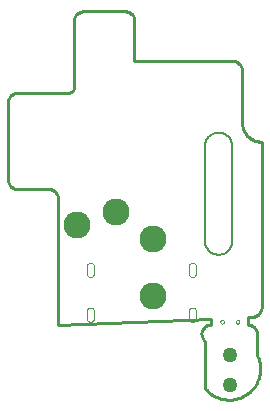
<source format=gbp>
G75*
G70*
%OFA0B0*%
%FSLAX24Y24*%
%IPPOS*%
%LPD*%
%AMOC8*
5,1,8,0,0,1.08239X$1,22.5*
%
%ADD10C,0.0050*%
%ADD11C,0.0100*%
%ADD12C,0.0000*%
%ADD13C,0.0004*%
%ADD14C,0.0900*%
%ADD15C,0.0500*%
D10*
X007158Y005436D02*
X007158Y008596D01*
X007160Y008637D01*
X007165Y008677D01*
X007174Y008717D01*
X007187Y008756D01*
X007203Y008793D01*
X007222Y008829D01*
X007245Y008863D01*
X007270Y008895D01*
X007299Y008925D01*
X007329Y008952D01*
X007362Y008976D01*
X007397Y008997D01*
X007434Y009014D01*
X007472Y009029D01*
X007512Y009040D01*
X007552Y009047D01*
X007593Y009051D01*
X007633Y009051D01*
X007674Y009047D01*
X007714Y009040D01*
X007754Y009029D01*
X007792Y009014D01*
X007829Y008997D01*
X007864Y008976D01*
X007897Y008952D01*
X007927Y008925D01*
X007956Y008895D01*
X007981Y008863D01*
X008004Y008829D01*
X008023Y008793D01*
X008039Y008756D01*
X008052Y008717D01*
X008061Y008677D01*
X008066Y008637D01*
X008068Y008596D01*
X008068Y005436D01*
X008066Y005395D01*
X008061Y005355D01*
X008052Y005315D01*
X008039Y005276D01*
X008023Y005239D01*
X008004Y005203D01*
X007981Y005169D01*
X007956Y005137D01*
X007927Y005107D01*
X007897Y005080D01*
X007864Y005056D01*
X007829Y005035D01*
X007792Y005018D01*
X007754Y005003D01*
X007714Y004992D01*
X007674Y004985D01*
X007633Y004981D01*
X007593Y004981D01*
X007552Y004985D01*
X007512Y004992D01*
X007472Y005003D01*
X007434Y005018D01*
X007397Y005035D01*
X007362Y005056D01*
X007329Y005080D01*
X007299Y005107D01*
X007270Y005137D01*
X007245Y005169D01*
X007222Y005203D01*
X007203Y005239D01*
X007187Y005276D01*
X007174Y005315D01*
X007165Y005355D01*
X007160Y005395D01*
X007158Y005436D01*
D11*
X007364Y002832D02*
X002254Y002646D01*
X002254Y006898D01*
X002248Y006931D01*
X002239Y006963D01*
X002226Y006994D01*
X002210Y007023D01*
X002192Y007050D01*
X002170Y007076D01*
X002146Y007099D01*
X002120Y007119D01*
X002092Y007137D01*
X002062Y007151D01*
X002031Y007162D01*
X001999Y007170D01*
X001966Y007175D01*
X001933Y007176D01*
X001900Y007174D01*
X001899Y007174D02*
X000904Y007174D01*
X000871Y007176D01*
X000839Y007181D01*
X000807Y007189D01*
X000776Y007201D01*
X000747Y007216D01*
X000719Y007234D01*
X000693Y007255D01*
X000670Y007278D01*
X000649Y007304D01*
X000631Y007331D01*
X000616Y007361D01*
X000604Y007392D01*
X000596Y007424D01*
X000591Y007456D01*
X000589Y007489D01*
X000589Y010062D01*
X000591Y010095D01*
X000596Y010127D01*
X000604Y010159D01*
X000616Y010190D01*
X000631Y010219D01*
X000649Y010247D01*
X000670Y010273D01*
X000693Y010296D01*
X000719Y010317D01*
X000747Y010335D01*
X000776Y010350D01*
X000807Y010362D01*
X000839Y010370D01*
X000871Y010375D01*
X000904Y010377D01*
X002595Y010377D01*
X002595Y010376D02*
X002621Y010378D01*
X002646Y010383D01*
X002670Y010391D01*
X002693Y010402D01*
X002715Y010417D01*
X002734Y010434D01*
X002751Y010453D01*
X002766Y010474D01*
X002777Y010498D01*
X002785Y010522D01*
X002790Y010547D01*
X002792Y010573D01*
X002792Y012782D01*
X002794Y012815D01*
X002799Y012847D01*
X002807Y012879D01*
X002819Y012910D01*
X002834Y012939D01*
X002852Y012967D01*
X002873Y012993D01*
X002896Y013016D01*
X002922Y013037D01*
X002950Y013055D01*
X002979Y013070D01*
X003010Y013082D01*
X003042Y013090D01*
X003074Y013095D01*
X003107Y013097D01*
X004489Y013097D01*
X004522Y013095D01*
X004554Y013090D01*
X004586Y013082D01*
X004617Y013070D01*
X004646Y013055D01*
X004674Y013037D01*
X004700Y013016D01*
X004723Y012993D01*
X004744Y012967D01*
X004762Y012939D01*
X004777Y012910D01*
X004789Y012879D01*
X004797Y012847D01*
X004802Y012815D01*
X004804Y012782D01*
X004804Y011456D01*
X008073Y011456D01*
X008073Y011455D02*
X008108Y011452D01*
X008142Y011444D01*
X008175Y011433D01*
X008207Y011419D01*
X008237Y011401D01*
X008265Y011380D01*
X008291Y011356D01*
X008315Y011330D01*
X008335Y011302D01*
X008352Y011271D01*
X008367Y011239D01*
X008377Y011206D01*
X008384Y011171D01*
X008388Y011136D01*
X008387Y011101D01*
X008388Y011101D02*
X008388Y009382D01*
X008387Y009381D02*
X008391Y009333D01*
X008397Y009285D01*
X008408Y009237D01*
X008422Y009191D01*
X008439Y009145D01*
X008460Y009101D01*
X008484Y009059D01*
X008511Y009019D01*
X008541Y008981D01*
X008574Y008945D01*
X008610Y008911D01*
X008647Y008881D01*
X008687Y008853D01*
X008729Y008828D01*
X008773Y008807D01*
X008818Y008789D01*
X008864Y008774D01*
X008912Y008763D01*
X008960Y008756D01*
X009008Y008752D01*
X009057Y008751D01*
X009057Y008752D02*
X009057Y003294D01*
X009055Y003255D01*
X009049Y003217D01*
X009040Y003180D01*
X009027Y003143D01*
X009010Y003108D01*
X008991Y003075D01*
X008968Y003044D01*
X008942Y003015D01*
X008913Y002989D01*
X008882Y002966D01*
X008849Y002947D01*
X008814Y002930D01*
X008777Y002917D01*
X008740Y002908D01*
X008702Y002902D01*
X008663Y002900D01*
X008663Y002901D02*
X008585Y002901D01*
X008585Y002646D01*
X008618Y002644D01*
X008650Y002639D01*
X008682Y002631D01*
X008713Y002619D01*
X008742Y002604D01*
X008770Y002586D01*
X008796Y002565D01*
X008819Y002542D01*
X008840Y002516D01*
X008858Y002488D01*
X008873Y002459D01*
X008885Y002428D01*
X008893Y002396D01*
X008898Y002364D01*
X008900Y002331D01*
X008900Y001623D01*
X008925Y001565D01*
X008947Y001505D01*
X008964Y001444D01*
X008978Y001382D01*
X008988Y001320D01*
X008995Y001257D01*
X008997Y001193D01*
X008995Y001130D01*
X008990Y001066D01*
X008981Y001004D01*
X008968Y000942D01*
X008951Y000880D01*
X008930Y000820D01*
X008906Y000762D01*
X008878Y000705D01*
X008847Y000649D01*
X008813Y000596D01*
X008775Y000545D01*
X008734Y000496D01*
X008690Y000450D01*
X008644Y000407D01*
X008595Y000367D01*
X008544Y000329D01*
X008490Y000295D01*
X008435Y000265D01*
X008377Y000237D01*
X008318Y000214D01*
X008258Y000194D01*
X008197Y000177D01*
X008135Y000165D01*
X008072Y000156D01*
X008009Y000151D01*
X007945Y000150D01*
X007882Y000153D01*
X007819Y000160D01*
X007756Y000170D01*
X007694Y000185D01*
X007633Y000203D01*
X007574Y000225D01*
X007516Y000251D01*
X007459Y000280D01*
X007405Y000312D01*
X007352Y000348D01*
X007302Y000387D01*
X007254Y000428D01*
X007209Y000473D01*
X007167Y000520D01*
X007167Y002095D01*
X007168Y002096D02*
X007141Y002117D01*
X007116Y002141D01*
X007095Y002168D01*
X007076Y002197D01*
X007061Y002228D01*
X007050Y002260D01*
X007042Y002293D01*
X007038Y002328D01*
X007039Y002362D01*
X007043Y002396D01*
X007050Y002430D01*
X007062Y002462D01*
X007077Y002493D01*
X007096Y002522D01*
X007117Y002548D01*
X007142Y002572D01*
X007169Y002593D01*
X007198Y002611D01*
X007229Y002626D01*
X007262Y002637D01*
X007296Y002644D01*
X007330Y002647D01*
X007364Y002646D01*
X007364Y002832D01*
D12*
X007670Y002746D02*
X007672Y002761D01*
X007677Y002775D01*
X007686Y002787D01*
X007698Y002797D01*
X007711Y002803D01*
X007726Y002806D01*
X007741Y002805D01*
X007756Y002800D01*
X007768Y002792D01*
X007779Y002781D01*
X007786Y002768D01*
X007790Y002754D01*
X007790Y002738D01*
X007786Y002724D01*
X007779Y002711D01*
X007768Y002700D01*
X007756Y002692D01*
X007741Y002687D01*
X007726Y002686D01*
X007711Y002689D01*
X007698Y002695D01*
X007686Y002705D01*
X007677Y002717D01*
X007672Y002731D01*
X007670Y002746D01*
X008180Y002746D02*
X008182Y002761D01*
X008187Y002775D01*
X008196Y002787D01*
X008208Y002797D01*
X008221Y002803D01*
X008236Y002806D01*
X008251Y002805D01*
X008266Y002800D01*
X008278Y002792D01*
X008289Y002781D01*
X008296Y002768D01*
X008300Y002754D01*
X008300Y002738D01*
X008296Y002724D01*
X008289Y002711D01*
X008278Y002700D01*
X008266Y002692D01*
X008251Y002687D01*
X008236Y002686D01*
X008221Y002689D01*
X008208Y002695D01*
X008196Y002705D01*
X008187Y002717D01*
X008182Y002731D01*
X008180Y002746D01*
D13*
X006855Y002860D02*
X006855Y003104D01*
X006853Y003124D01*
X006848Y003144D01*
X006839Y003163D01*
X006827Y003180D01*
X006813Y003194D01*
X006796Y003206D01*
X006777Y003215D01*
X006757Y003220D01*
X006737Y003222D01*
X006717Y003220D01*
X006697Y003215D01*
X006678Y003206D01*
X006661Y003194D01*
X006647Y003180D01*
X006635Y003163D01*
X006626Y003144D01*
X006621Y003124D01*
X006619Y003104D01*
X006619Y002860D01*
X006621Y002840D01*
X006626Y002820D01*
X006635Y002801D01*
X006647Y002784D01*
X006661Y002770D01*
X006678Y002758D01*
X006697Y002749D01*
X006717Y002744D01*
X006737Y002742D01*
X006757Y002744D01*
X006777Y002749D01*
X006796Y002758D01*
X006813Y002770D01*
X006827Y002784D01*
X006839Y002801D01*
X006848Y002820D01*
X006853Y002840D01*
X006855Y002860D01*
X006855Y004356D02*
X006855Y004600D01*
X006853Y004620D01*
X006848Y004640D01*
X006839Y004659D01*
X006827Y004676D01*
X006813Y004690D01*
X006796Y004702D01*
X006777Y004711D01*
X006757Y004716D01*
X006737Y004718D01*
X006717Y004716D01*
X006697Y004711D01*
X006678Y004702D01*
X006661Y004690D01*
X006647Y004676D01*
X006635Y004659D01*
X006626Y004640D01*
X006621Y004620D01*
X006619Y004600D01*
X006619Y004356D01*
X006621Y004336D01*
X006626Y004316D01*
X006635Y004297D01*
X006647Y004280D01*
X006661Y004266D01*
X006678Y004254D01*
X006697Y004245D01*
X006717Y004240D01*
X006737Y004238D01*
X006757Y004240D01*
X006777Y004245D01*
X006796Y004254D01*
X006813Y004266D01*
X006827Y004280D01*
X006839Y004297D01*
X006848Y004316D01*
X006853Y004336D01*
X006855Y004356D01*
X003454Y004356D02*
X003454Y004600D01*
X003452Y004620D01*
X003447Y004640D01*
X003438Y004659D01*
X003426Y004676D01*
X003412Y004690D01*
X003395Y004702D01*
X003376Y004711D01*
X003356Y004716D01*
X003336Y004718D01*
X003316Y004716D01*
X003296Y004711D01*
X003277Y004702D01*
X003260Y004690D01*
X003246Y004676D01*
X003234Y004659D01*
X003225Y004640D01*
X003220Y004620D01*
X003218Y004600D01*
X003218Y004356D01*
X003220Y004336D01*
X003225Y004316D01*
X003234Y004297D01*
X003246Y004280D01*
X003260Y004266D01*
X003277Y004254D01*
X003296Y004245D01*
X003316Y004240D01*
X003336Y004238D01*
X003356Y004240D01*
X003376Y004245D01*
X003395Y004254D01*
X003412Y004266D01*
X003426Y004280D01*
X003438Y004297D01*
X003447Y004316D01*
X003452Y004336D01*
X003454Y004356D01*
X003454Y003104D02*
X003454Y002860D01*
X003452Y002840D01*
X003447Y002820D01*
X003438Y002801D01*
X003426Y002784D01*
X003412Y002770D01*
X003395Y002758D01*
X003376Y002749D01*
X003356Y002744D01*
X003336Y002742D01*
X003316Y002744D01*
X003296Y002749D01*
X003277Y002758D01*
X003260Y002770D01*
X003246Y002784D01*
X003234Y002801D01*
X003225Y002820D01*
X003220Y002840D01*
X003218Y002860D01*
X003218Y003104D01*
X003220Y003124D01*
X003225Y003144D01*
X003234Y003163D01*
X003246Y003180D01*
X003260Y003194D01*
X003277Y003206D01*
X003296Y003215D01*
X003316Y003220D01*
X003336Y003222D01*
X003356Y003220D01*
X003376Y003215D01*
X003395Y003206D01*
X003412Y003194D01*
X003426Y003180D01*
X003438Y003163D01*
X003447Y003144D01*
X003452Y003124D01*
X003454Y003104D01*
D14*
X005427Y003616D03*
X005427Y005516D03*
X004197Y006396D03*
X002897Y005976D03*
D15*
X007987Y001646D03*
X007987Y000646D03*
M02*

</source>
